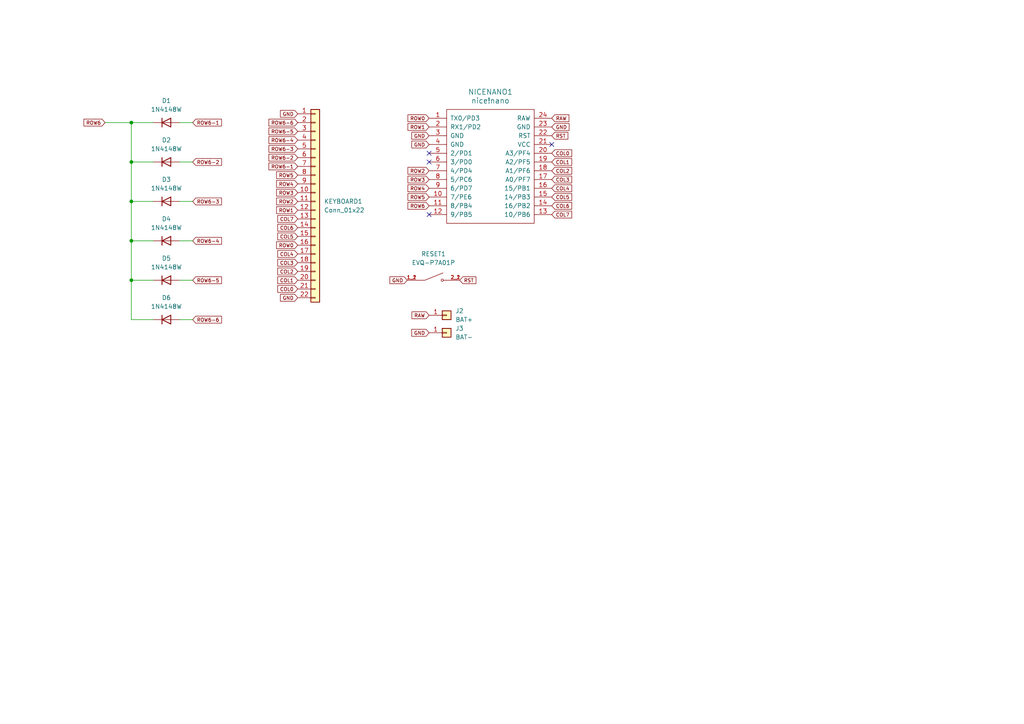
<source format=kicad_sch>
(kicad_sch (version 20250114) (generator "eeschema") (generator_version "9.0")
  (paper "A4")
  (lib_symbols
    (symbol "Connector_Generic:Conn_01x01" (pin_names (offset 1.016) (hide yes))
      (property "Reference" "J" (at 0 2.54 0))
      (property "Value" "Conn_01x01" (at 0 -2.54 0))
      (symbol "Conn_01x01_1_1"
        (rectangle (start -1.27 1.27) (end 1.27 -1.27) (stroke (width 0.254)) (fill (type background)))
        (rectangle (start -1.27 0.127) (end 0 -0.127) (stroke (width 0.1524)))
        (pin passive line (at -5.08 0 0) (length 3.81) (name "Pin_1") (number "1"))
      )
    )
    (symbol "Connector_Generic:Conn_01x22" (pin_names (offset 1.016) (hide yes))
      (property "Reference" "J" (at 0 27.94 0))
      (property "Value" "Conn_01x22" (at 0 -30.48 0))
      (symbol "Conn_01x22_1_1"
        (rectangle (start -1.27 26.67) (end 1.27 -29.21) (stroke (width 0.254)) (fill (type background)))
        (rectangle (start -1.27 25.527) (end 0 25.273) (stroke (width 0.1524)))
        (rectangle (start -1.27 22.987) (end 0 22.733) (stroke (width 0.1524)))
        (rectangle (start -1.27 20.447) (end 0 20.193) (stroke (width 0.1524)))
        (rectangle (start -1.27 17.907) (end 0 17.653) (stroke (width 0.1524)))
        (rectangle (start -1.27 15.367) (end 0 15.113) (stroke (width 0.1524)))
        (rectangle (start -1.27 12.827) (end 0 12.573) (stroke (width 0.1524)))
        (rectangle (start -1.27 10.287) (end 0 10.033) (stroke (width 0.1524)))
        (rectangle (start -1.27 7.747) (end 0 7.493) (stroke (width 0.1524)))
        (rectangle (start -1.27 5.207) (end 0 4.953) (stroke (width 0.1524)))
        (rectangle (start -1.27 2.667) (end 0 2.413) (stroke (width 0.1524)))
        (rectangle (start -1.27 0.127) (end 0 -0.127) (stroke (width 0.1524)))
        (rectangle (start -1.27 -2.413) (end 0 -2.667) (stroke (width 0.1524)))
        (rectangle (start -1.27 -4.953) (end 0 -5.207) (stroke (width 0.1524)))
        (rectangle (start -1.27 -7.493) (end 0 -7.747) (stroke (width 0.1524)))
        (rectangle (start -1.27 -10.033) (end 0 -10.287) (stroke (width 0.1524)))
        (rectangle (start -1.27 -12.573) (end 0 -12.827) (stroke (width 0.1524)))
        (rectangle (start -1.27 -15.113) (end 0 -15.367) (stroke (width 0.1524)))
        (rectangle (start -1.27 -17.653) (end 0 -17.907) (stroke (width 0.1524)))
        (rectangle (start -1.27 -20.193) (end 0 -20.447) (stroke (width 0.1524)))
        (rectangle (start -1.27 -22.733) (end 0 -22.987) (stroke (width 0.1524)))
        (rectangle (start -1.27 -25.273) (end 0 -25.527) (stroke (width 0.1524)))
        (rectangle (start -1.27 -27.813) (end 0 -28.067) (stroke (width 0.1524)))
        (pin passive line (at -5.08 25.4 0) (length 3.81) (name "Pin_1") (number "1"))
        (pin passive line (at -5.08 22.86 0) (length 3.81) (name "Pin_2") (number "2"))
        (pin passive line (at -5.08 20.32 0) (length 3.81) (name "Pin_3") (number "3"))
        (pin passive line (at -5.08 17.78 0) (length 3.81) (name "Pin_4") (number "4"))
        (pin passive line (at -5.08 15.24 0) (length 3.81) (name "Pin_5") (number "5"))
        (pin passive line (at -5.08 12.7 0) (length 3.81) (name "Pin_6") (number "6"))
        (pin passive line (at -5.08 10.16 0) (length 3.81) (name "Pin_7") (number "7"))
        (pin passive line (at -5.08 7.62 0) (length 3.81) (name "Pin_8") (number "8"))
        (pin passive line (at -5.08 5.08 0) (length 3.81) (name "Pin_9") (number "9"))
        (pin passive line (at -5.08 2.54 0) (length 3.81) (name "Pin_10") (number "10"))
        (pin passive line (at -5.08 0 0) (length 3.81) (name "Pin_11") (number "11"))
        (pin passive line (at -5.08 -2.54 0) (length 3.81) (name "Pin_12") (number "12"))
        (pin passive line (at -5.08 -5.08 0) (length 3.81) (name "Pin_13") (number "13"))
        (pin passive line (at -5.08 -7.62 0) (length 3.81) (name "Pin_14") (number "14"))
        (pin passive line (at -5.08 -10.16 0) (length 3.81) (name "Pin_15") (number "15"))
        (pin passive line (at -5.08 -12.7 0) (length 3.81) (name "Pin_16") (number "16"))
        (pin passive line (at -5.08 -15.24 0) (length 3.81) (name "Pin_17") (number "17"))
        (pin passive line (at -5.08 -17.78 0) (length 3.81) (name "Pin_18") (number "18"))
        (pin passive line (at -5.08 -20.32 0) (length 3.81) (name "Pin_19") (number "19"))
        (pin passive line (at -5.08 -22.86 0) (length 3.81) (name "Pin_20") (number "20"))
        (pin passive line (at -5.08 -25.4 0) (length 3.81) (name "Pin_21") (number "21"))
        (pin passive line (at -5.08 -27.94 0) (length 3.81) (name "Pin_22") (number "22"))
      )
    )
    (symbol "Diode:1N4148W" (pin_numbers (hide yes)) (pin_names (hide yes))
      (property "Reference" "D" (at 0 2.54 0))
      (property "Value" "1N4148W" (at 0 -2.54 0))
      (symbol "1N4148W_0_1"
        (polyline (pts (xy -1.27 1.27) (xy -1.27 -1.27)) (stroke (width 0.254)))
        (polyline (pts (xy 1.27 1.27) (xy 1.27 -1.27) (xy -1.27 0) (xy 1.27 1.27)) (stroke (width 0.254)))
        (polyline (pts (xy 1.27 0) (xy -1.27 0)))
      )
      (symbol "1N4148W_1_1"
        (pin passive line (at -3.81 0 0) (length 2.54) (name "K") (number "1"))
        (pin passive line (at 3.81 0 180) (length 2.54) (name "A") (number "2"))
      )
    )
    (symbol "EVQ-P7A01P:EVQ-P7A01P" (pin_names (offset 1.016))
      (property "Reference" "S" (at -2.54 2.54 0))
      (property "Value" "EVQ-P7A01P" (at -2.54 -2.54 0))
      (symbol "EVQ-P7A01P_0_0"
        (polyline (pts (xy -2.54 0) (xy -5.08 0)) (stroke (width 0.1524)))
        (polyline (pts (xy -2.54 0) (xy 2.794 2.1336)) (stroke (width 0.1524)))
        (circle (center 2.54 0) (radius 0.3302) (stroke (width 0.1524)))
        (polyline (pts (xy 5.08 0) (xy 2.921 0)) (stroke (width 0.1524)))
        (pin passive line (at -7.62 0 0) (length 2.54) (name "~") (number "1_1"))
        (pin passive line (at -7.62 0 0) (length 2.54) (name "~") (number "1_2"))
        (pin passive line (at 7.62 0 180) (length 2.54) (name "~") (number "2_1"))
        (pin passive line (at 7.62 0 180) (length 2.54) (name "~") (number "2_2"))
      )
    )
    (symbol "keebio:ProMicro" (pin_names (offset 1.016))
      (property "Reference" "U" (at 0 0 0))
      (property "Value" "ProMicro" (at 0 -19.05 0))
      (symbol "ProMicro_0_1"
        (rectangle (start -12.7 -16.51) (end 12.7 16.51))
      )
      (symbol "ProMicro_1_1"
        (pin input line (at -17.78 13.97 0) (length 5.08) (name "TX0/PD3") (number "1"))
        (pin input line (at -17.78 11.43 0) (length 5.08) (name "RX1/PD2") (number "2"))
        (pin input line (at -17.78 8.89 0) (length 5.08) (name "GND") (number "3"))
        (pin input line (at -17.78 6.35 0) (length 5.08) (name "GND") (number "4"))
        (pin input line (at -17.78 3.81 0) (length 5.08) (name "2/PD1") (number "5"))
        (pin input line (at -17.78 1.27 0) (length 5.08) (name "3/PD0") (number "6"))
        (pin input line (at -17.78 -1.27 0) (length 5.08) (name "4/PD4") (number "7"))
        (pin input line (at -17.78 -3.81 0) (length 5.08) (name "5/PC6") (number "8"))
        (pin input line (at -17.78 -6.35 0) (length 5.08) (name "6/PD7") (number "9"))
        (pin input line (at -17.78 -8.89 0) (length 5.08) (name "7/PE6") (number "10"))
        (pin input line (at -17.78 -11.43 0) (length 5.08) (name "8/PB4") (number "11"))
        (pin input line (at -17.78 -13.97 0) (length 5.08) (name "9/PB5") (number "12"))
        (pin input line (at 17.78 13.97 180) (length 5.08) (name "RAW") (number "24"))
        (pin input line (at 17.78 11.43 180) (length 5.08) (name "GND") (number "23"))
        (pin input line (at 17.78 8.89 180) (length 5.08) (name "RST") (number "22"))
        (pin input line (at 17.78 6.35 180) (length 5.08) (name "VCC") (number "21"))
        (pin input line (at 17.78 3.81 180) (length 5.08) (name "A3/PF4") (number "20"))
        (pin input line (at 17.78 1.27 180) (length 5.08) (name "A2/PF5") (number "19"))
        (pin input line (at 17.78 -1.27 180) (length 5.08) (name "A1/PF6") (number "18"))
        (pin input line (at 17.78 -3.81 180) (length 5.08) (name "A0/PF7") (number "17"))
        (pin input line (at 17.78 -6.35 180) (length 5.08) (name "15/PB1") (number "16"))
        (pin input line (at 17.78 -8.89 180) (length 5.08) (name "14/PB3") (number "15"))
        (pin input line (at 17.78 -11.43 180) (length 5.08) (name "16/PB2") (number "14"))
        (pin input line (at 17.78 -13.97 180) (length 5.08) (name "10/PB6") (number "13"))
      )
    )
  )
  (junction (at 38.1 46.99))
  (junction (at 38.1 35.56))
  (junction (at 38.1 69.85))
  (junction (at 38.1 58.42))
  (junction (at 38.1 81.28))
  (no_connect (at 124.46 46.99))
  (no_connect (at 160.02 41.91))
  (no_connect (at 124.46 62.23))
  (no_connect (at 124.46 44.45))
  (wire (pts (xy 52.07 92.71) (xy 55.88 92.71)))
  (wire (pts (xy 38.1 69.85) (xy 38.1 81.28)))
  (wire (pts (xy 38.1 81.28) (xy 38.1 92.71)))
  (wire (pts (xy 52.07 46.99) (xy 55.88 46.99)))
  (wire (pts (xy 52.07 81.28) (xy 55.88 81.28)))
  (wire (pts (xy 52.07 69.85) (xy 55.88 69.85)))
  (wire (pts (xy 38.1 35.56) (xy 38.1 46.99)))
  (wire (pts (xy 38.1 58.42) (xy 44.45 58.42)))
  (wire (pts (xy 38.1 58.42) (xy 38.1 69.85)))
  (wire (pts (xy 38.1 69.85) (xy 44.45 69.85)))
  (wire (pts (xy 52.07 35.56) (xy 55.88 35.56)))
  (wire (pts (xy 38.1 46.99) (xy 44.45 46.99)))
  (wire (pts (xy 30.48 35.56) (xy 38.1 35.56)))
  (wire (pts (xy 38.1 46.99) (xy 38.1 58.42)))
  (wire (pts (xy 38.1 92.71) (xy 44.45 92.71)))
  (wire (pts (xy 38.1 81.28) (xy 44.45 81.28)))
  (wire (pts (xy 38.1 35.56) (xy 44.45 35.56)))
  (wire (pts (xy 52.07 58.42) (xy 55.88 58.42)))
  (global_label "COL7" (shape input) (at 86.36 63.5 180) (effects (font (size 1.016 1.016))) (property "Intersheetrefs" "${INTERSHEET_REFS}" (effects (hide yes))))
  (global_label "ROW6-6" (shape input) (at 86.36 35.56 180) (effects (font (size 1.016 1.016))) (property "Intersheetrefs" "${INTERSHEET_REFS}" (effects (hide yes))))
  (global_label "COL5" (shape input) (at 160.02 57.15 0) (effects (font (size 1.016 1.016))) (property "Intersheetrefs" "${INTERSHEET_REFS}" (effects (hide yes))))
  (global_label "GND" (shape input) (at 124.46 39.37 180) (effects (font (size 1.016 1.016))) (property "Intersheetrefs" "${INTERSHEET_REFS}" (effects (hide yes))))
  (global_label "ROW1" (shape input) (at 124.46 36.83 180) (effects (font (size 1.016 1.016))) (property "Intersheetrefs" "${INTERSHEET_REFS}" (effects (hide yes))))
  (global_label "ROW5" (shape input) (at 86.36 50.8 180) (effects (font (size 1.016 1.016))) (property "Intersheetrefs" "${INTERSHEET_REFS}" (effects (hide yes))))
  (global_label "ROW2" (shape input) (at 86.36 58.42 180) (effects (font (size 1.016 1.016))) (property "Intersheetrefs" "${INTERSHEET_REFS}" (effects (hide yes))))
  (global_label "GND" (shape input) (at 86.36 86.36 180) (effects (font (size 1.016 1.016))) (property "Intersheetrefs" "${INTERSHEET_REFS}" (effects (hide yes))))
  (global_label "ROW6-4" (shape input) (at 55.88 69.85 0) (effects (font (size 1.016 1.016))) (property "Intersheetrefs" "${INTERSHEET_REFS}" (effects (hide yes))))
  (global_label "COL4" (shape input) (at 160.02 54.61 0) (effects (font (size 1.016 1.016))) (property "Intersheetrefs" "${INTERSHEET_REFS}" (effects (hide yes))))
  (global_label "GND" (shape input) (at 160.02 36.83 0) (effects (font (size 1.016 1.016))) (property "Intersheetrefs" "${INTERSHEET_REFS}" (effects (hide yes))))
  (global_label "ROW6-5" (shape input) (at 55.88 81.28 0) (effects (font (size 1.016 1.016))) (property "Intersheetrefs" "${INTERSHEET_REFS}" (effects (hide yes))))
  (global_label "ROW6-2" (shape input) (at 55.88 46.99 0) (effects (font (size 1.016 1.016))) (property "Intersheetrefs" "${INTERSHEET_REFS}" (effects (hide yes))))
  (global_label "COL3" (shape input) (at 160.02 52.07 0) (effects (font (size 1.016 1.016))) (property "Intersheetrefs" "${INTERSHEET_REFS}" (effects (hide yes))))
  (global_label "COL2" (shape input) (at 160.02 49.53 0) (effects (font (size 1.016 1.016))) (property "Intersheetrefs" "${INTERSHEET_REFS}" (effects (hide yes))))
  (global_label "ROW3" (shape input) (at 124.46 52.07 180) (effects (font (size 1.016 1.016))) (property "Intersheetrefs" "${INTERSHEET_REFS}" (effects (hide yes))))
  (global_label "COL1" (shape input) (at 160.02 46.99 0) (effects (font (size 1.016 1.016))) (property "Intersheetrefs" "${INTERSHEET_REFS}" (effects (hide yes))))
  (global_label "ROW0" (shape input) (at 124.46 34.29 180) (effects (font (size 1.016 1.016))) (property "Intersheetrefs" "${INTERSHEET_REFS}" (effects (hide yes))))
  (global_label "ROW4" (shape input) (at 86.36 53.34 180) (effects (font (size 1.016 1.016))) (property "Intersheetrefs" "${INTERSHEET_REFS}" (effects (hide yes))))
  (global_label "GND" (shape input) (at 86.36 33.02 180) (effects (font (size 1.016 1.016))) (property "Intersheetrefs" "${INTERSHEET_REFS}" (effects (hide yes))))
  (global_label "ROW6-6" (shape input) (at 55.88 92.71 0) (effects (font (size 1.016 1.016))) (property "Intersheetrefs" "${INTERSHEET_REFS}" (effects (hide yes))))
  (global_label "COL0" (shape input) (at 160.02 44.45 0) (effects (font (size 1.016 1.016))) (property "Intersheetrefs" "${INTERSHEET_REFS}" (effects (hide yes))))
  (global_label "GND" (shape input) (at 118.11 81.28 180) (effects (font (size 1.016 1.016))) (property "Intersheetrefs" "${INTERSHEET_REFS}" (effects (hide yes))))
  (global_label "RST" (shape input) (at 133.35 81.28 0) (effects (font (size 1.016 1.016))) (property "Intersheetrefs" "${INTERSHEET_REFS}" (effects (hide yes))))
  (global_label "COL6" (shape input) (at 160.02 59.69 0) (effects (font (size 1.016 1.016))) (property "Intersheetrefs" "${INTERSHEET_REFS}" (effects (hide yes))))
  (global_label "RAW" (shape input) (at 124.46 91.44 180) (effects (font (size 1.016 1.016))) (property "Intersheetrefs" "${INTERSHEET_REFS}" (effects (hide yes))))
  (global_label "COL2" (shape input) (at 86.36 78.74 180) (effects (font (size 1.016 1.016))) (property "Intersheetrefs" "${INTERSHEET_REFS}" (effects (hide yes))))
  (global_label "ROW6-2" (shape input) (at 86.36 45.72 180) (effects (font (size 1.016 1.016))) (property "Intersheetrefs" "${INTERSHEET_REFS}" (effects (hide yes))))
  (global_label "ROW6-4" (shape input) (at 86.36 40.64 180) (effects (font (size 1.016 1.016))) (property "Intersheetrefs" "${INTERSHEET_REFS}" (effects (hide yes))))
  (global_label "COL3" (shape input) (at 86.36 76.2 180) (effects (font (size 1.016 1.016))) (property "Intersheetrefs" "${INTERSHEET_REFS}" (effects (hide yes))))
  (global_label "ROW6-1" (shape input) (at 55.88 35.56 0) (effects (font (size 1.016 1.016))) (property "Intersheetrefs" "${INTERSHEET_REFS}" (effects (hide yes))))
  (global_label "COL0" (shape input) (at 86.36 83.82 180) (effects (font (size 1.016 1.016))) (property "Intersheetrefs" "${INTERSHEET_REFS}" (effects (hide yes))))
  (global_label "RST" (shape input) (at 160.02 39.37 0) (effects (font (size 1.016 1.016))) (property "Intersheetrefs" "${INTERSHEET_REFS}" (effects (hide yes))))
  (global_label "ROW6-5" (shape input) (at 86.36 38.1 180) (effects (font (size 1.016 1.016))) (property "Intersheetrefs" "${INTERSHEET_REFS}" (effects (hide yes))))
  (global_label "COL1" (shape input) (at 86.36 81.28 180) (effects (font (size 1.016 1.016))) (property "Intersheetrefs" "${INTERSHEET_REFS}" (effects (hide yes))))
  (global_label "COL6" (shape input) (at 86.36 66.04 180) (effects (font (size 1.016 1.016))) (property "Intersheetrefs" "${INTERSHEET_REFS}" (effects (hide yes))))
  (global_label "ROW1" (shape input) (at 86.36 60.96 180) (effects (font (size 1.016 1.016))) (property "Intersheetrefs" "${INTERSHEET_REFS}" (effects (hide yes))))
  (global_label "ROW4" (shape input) (at 124.46 54.61 180) (effects (font (size 1.016 1.016))) (property "Intersheetrefs" "${INTERSHEET_REFS}" (effects (hide yes))))
  (global_label "ROW6-1" (shape input) (at 86.36 48.26 180) (effects (font (size 1.016 1.016))) (property "Intersheetrefs" "${INTERSHEET_REFS}" (effects (hide yes))))
  (global_label "COL5" (shape input) (at 86.36 68.58 180) (effects (font (size 1.016 1.016))) (property "Intersheetrefs" "${INTERSHEET_REFS}" (effects (hide yes))))
  (global_label "ROW3" (shape input) (at 86.36 55.88 180) (effects (font (size 1.016 1.016))) (property "Intersheetrefs" "${INTERSHEET_REFS}" (effects (hide yes))))
  (global_label "ROW5" (shape input) (at 124.46 57.15 180) (effects (font (size 1.016 1.016))) (property "Intersheetrefs" "${INTERSHEET_REFS}" (effects (hide yes))))
  (global_label "ROW6" (shape input) (at 30.48 35.56 180) (effects (font (size 1.016 1.016))) (property "Intersheetrefs" "${INTERSHEET_REFS}" (effects (hide yes))))
  (global_label "ROW2" (shape input) (at 124.46 49.53 180) (effects (font (size 1.016 1.016))) (property "Intersheetrefs" "${INTERSHEET_REFS}" (effects (hide yes))))
  (global_label "GND" (shape input) (at 124.46 96.52 180) (effects (font (size 1.016 1.016))) (property "Intersheetrefs" "${INTERSHEET_REFS}" (effects (hide yes))))
  (global_label "ROW6-3" (shape input) (at 55.88 58.42 0) (effects (font (size 1.016 1.016))) (property "Intersheetrefs" "${INTERSHEET_REFS}" (effects (hide yes))))
  (global_label "RAW" (shape input) (at 160.02 34.29 0) (effects (font (size 1.016 1.016))) (property "Intersheetrefs" "${INTERSHEET_REFS}" (effects (hide yes))))
  (global_label "COL4" (shape input) (at 86.36 73.66 180) (effects (font (size 1.016 1.016))) (property "Intersheetrefs" "${INTERSHEET_REFS}" (effects (hide yes))))
  (global_label "ROW6-3" (shape input) (at 86.36 43.18 180) (effects (font (size 1.016 1.016))) (property "Intersheetrefs" "${INTERSHEET_REFS}" (effects (hide yes))))
  (global_label "COL7" (shape input) (at 160.02 62.23 0) (effects (font (size 1.016 1.016))) (property "Intersheetrefs" "${INTERSHEET_REFS}" (effects (hide yes))))
  (global_label "GND" (shape input) (at 124.46 41.91 180) (effects (font (size 1.016 1.016))) (property "Intersheetrefs" "${INTERSHEET_REFS}" (effects (hide yes))))
  (global_label "ROW0" (shape input) (at 86.36 71.12 180) (effects (font (size 1.016 1.016))) (property "Intersheetrefs" "${INTERSHEET_REFS}" (effects (hide yes))))
  (global_label "ROW6" (shape input) (at 124.46 59.69 180) (effects (font (size 1.016 1.016))) (property "Intersheetrefs" "${INTERSHEET_REFS}" (effects (hide yes))))
  (symbol (lib_id "Connector_Generic:Conn_01x22") (at 91.44 58.42 0) (unit 1)
    (property "Reference" "KEYBOARD1" (at 93.98 58.4199 0) (effects (justify left)))
    (property "Value" "Conn_01x22" (at 93.98 60.9599 0) (effects (justify left)))
    (property "Footprint" "22-pin molex:CON_524352271_MOL" (effects (hide yes)))
    (property "Description" "Generic connector, single row, 01x22, script generated (kicad-library-utils/schlib/autogen/connector/)" (effects (hide yes)))
  )
  (symbol (lib_id "Diode:1N4148W") (at 48.26 92.71 0) (unit 1)
    (property "Reference" "D6" (at 48.26 86.36 0))
    (property "Value" "1N4148W" (at 48.26 88.9 0))
    (property "Footprint" "Diode_SMD:D_SOD-123" (effects (hide yes)))
    (property "Datasheet" "https://www.vishay.com/docs/85748/1n4148w.pdf" (effects (hide yes)))
    (property "Description" "75V 0.15A Fast Switching Diode, SOD-123" (effects (hide yes)))
    (property "Sim.Device" "D" (effects (hide yes)))
    (property "Sim.Pins" "1=K 2=A" (effects (hide yes)))
  )
  (symbol (lib_id "Diode:1N4148W") (at 48.26 69.85 0) (unit 1)
    (property "Reference" "D4" (at 48.26 63.5 0))
    (property "Value" "1N4148W" (at 48.26 66.04 0))
    (property "Footprint" "Diode_SMD:D_SOD-123" (effects (hide yes)))
    (property "Datasheet" "https://www.vishay.com/docs/85748/1n4148w.pdf" (effects (hide yes)))
    (property "Description" "75V 0.15A Fast Switching Diode, SOD-123" (effects (hide yes)))
    (property "Sim.Device" "D" (effects (hide yes)))
    (property "Sim.Pins" "1=K 2=A" (effects (hide yes)))
  )
  (symbol (lib_id "keebio:ProMicro") (at 142.24 48.26 0) (unit 1)
    (property "Reference" "NICENANO1" (at 142.24 26.67 0) (effects (font (size 1.524 1.524))))
    (property "Value" "nice!nano" (at 142.24 29.21 0) (effects (font (size 1.524 1.524))))
    (property "Footprint" "Library:nice!nano" (effects (hide yes)))
  )
  (symbol (lib_id "EVQ-P7A01P:EVQ-P7A01P") (at 125.73 81.28 0) (unit 1)
    (property "Reference" "RESET1" (at 125.73 73.66 0))
    (property "Value" "EVQ-P7A01P" (at 125.73 76.2 0))
    (property "Footprint" "EVQ-P7A01P:SW_EVQ-P7A01P" (effects (hide yes)))
    (property "PARTREV" "2022.4" (effects (hide yes)))
    (property "STANDARD" "Manufacturer Recommendations" (effects (hide yes)))
    (property "MAXIMUM_PACKAGE_HEIGHT" "1.35mm" (effects (hide yes)))
    (property "MANUFACTURER" "Panasonic Electronic Components" (effects (hide yes)))
  )
  (symbol (lib_id "Diode:1N4148W") (at 48.26 35.56 0) (unit 1)
    (property "Reference" "D1" (at 48.26 29.21 0))
    (property "Value" "1N4148W" (at 48.26 31.75 0))
    (property "Footprint" "Diode_SMD:D_SOD-123" (effects (hide yes)))
    (property "Datasheet" "https://www.vishay.com/docs/85748/1n4148w.pdf" (effects (hide yes)))
    (property "Description" "75V 0.15A Fast Switching Diode, SOD-123" (effects (hide yes)))
    (property "Sim.Device" "D" (effects (hide yes)))
    (property "Sim.Pins" "1=K 2=A" (effects (hide yes)))
  )
  (symbol (lib_id "Diode:1N4148W") (at 48.26 46.99 0) (unit 1)
    (property "Reference" "D2" (at 48.26 40.64 0))
    (property "Value" "1N4148W" (at 48.26 43.18 0))
    (property "Footprint" "Diode_SMD:D_SOD-123" (effects (hide yes)))
    (property "Datasheet" "https://www.vishay.com/docs/85748/1n4148w.pdf" (effects (hide yes)))
    (property "Description" "75V 0.15A Fast Switching Diode, SOD-123" (effects (hide yes)))
    (property "Sim.Device" "D" (effects (hide yes)))
    (property "Sim.Pins" "1=K 2=A" (effects (hide yes)))
  )
  (symbol (lib_id "Connector_Generic:Conn_01x01") (at 129.54 96.52 0) (unit 1)
    (property "Reference" "J3" (at 132.08 95.2499 0) (effects (justify left)))
    (property "Value" "BAT-" (at 132.08 97.7899 0) (effects (justify left)))
    (property "Footprint" "TestPoint:TestPoint_Pad_2.0x2.0mm" (effects (hide yes)))
    (property "Description" "Generic connector, single row, 01x01, script generated (kicad-library-utils/schlib/autogen/connector/)" (effects (hide yes)))
  )
  (symbol (lib_id "Diode:1N4148W") (at 48.26 58.42 0) (unit 1)
    (property "Reference" "D3" (at 48.26 52.07 0))
    (property "Value" "1N4148W" (at 48.26 54.61 0))
    (property "Footprint" "Diode_SMD:D_SOD-123" (effects (hide yes)))
    (property "Datasheet" "https://www.vishay.com/docs/85748/1n4148w.pdf" (effects (hide yes)))
    (property "Description" "75V 0.15A Fast Switching Diode, SOD-123" (effects (hide yes)))
    (property "Sim.Device" "D" (effects (hide yes)))
    (property "Sim.Pins" "1=K 2=A" (effects (hide yes)))
  )
  (symbol (lib_id "Diode:1N4148W") (at 48.26 81.28 0) (unit 1)
    (property "Reference" "D5" (at 48.26 74.93 0))
    (property "Value" "1N4148W" (at 48.26 77.47 0))
    (property "Footprint" "Diode_SMD:D_SOD-123" (effects (hide yes)))
    (property "Datasheet" "https://www.vishay.com/docs/85748/1n4148w.pdf" (effects (hide yes)))
    (property "Description" "75V 0.15A Fast Switching Diode, SOD-123" (effects (hide yes)))
    (property "Sim.Device" "D" (effects (hide yes)))
    (property "Sim.Pins" "1=K 2=A" (effects (hide yes)))
  )
  (symbol (lib_id "Connector_Generic:Conn_01x01") (at 129.54 91.44 0) (unit 1)
    (property "Reference" "J2" (at 132.08 90.1699 0) (effects (justify left)))
    (property "Value" "BAT+" (at 132.08 92.7099 0) (effects (justify left)))
    (property "Footprint" "TestPoint:TestPoint_Pad_2.0x2.0mm" (effects (hide yes)))
    (property "Description" "Generic connector, single row, 01x01, script generated (kicad-library-utils/schlib/autogen/connector/)" (effects (hide yes)))
  )
)
</source>
